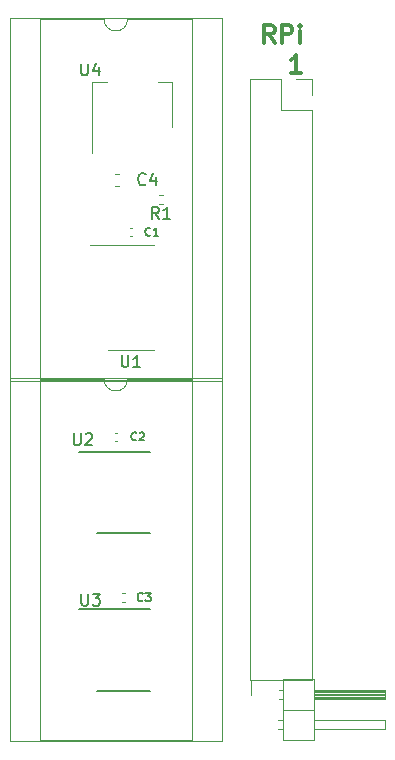
<source format=gbr>
%TF.GenerationSoftware,KiCad,Pcbnew,(5.1.8)-1*%
%TF.CreationDate,2021-02-07T10:27:01+01:00*%
%TF.ProjectId,deniseadapter,64656e69-7365-4616-9461-707465722e6b,rev?*%
%TF.SameCoordinates,Original*%
%TF.FileFunction,Legend,Top*%
%TF.FilePolarity,Positive*%
%FSLAX46Y46*%
G04 Gerber Fmt 4.6, Leading zero omitted, Abs format (unit mm)*
G04 Created by KiCad (PCBNEW (5.1.8)-1) date 2021-02-07 10:27:01*
%MOMM*%
%LPD*%
G01*
G04 APERTURE LIST*
%ADD10C,0.300000*%
%ADD11C,0.120000*%
%ADD12C,0.150000*%
G04 APERTURE END LIST*
D10*
X137894000Y-61633571D02*
X137394000Y-60919285D01*
X137036857Y-61633571D02*
X137036857Y-60133571D01*
X137608285Y-60133571D01*
X137751142Y-60205000D01*
X137822571Y-60276428D01*
X137894000Y-60419285D01*
X137894000Y-60633571D01*
X137822571Y-60776428D01*
X137751142Y-60847857D01*
X137608285Y-60919285D01*
X137036857Y-60919285D01*
X138536857Y-61633571D02*
X138536857Y-60133571D01*
X139108285Y-60133571D01*
X139251142Y-60205000D01*
X139322571Y-60276428D01*
X139394000Y-60419285D01*
X139394000Y-60633571D01*
X139322571Y-60776428D01*
X139251142Y-60847857D01*
X139108285Y-60919285D01*
X138536857Y-60919285D01*
X140036857Y-61633571D02*
X140036857Y-60633571D01*
X140036857Y-60133571D02*
X139965428Y-60205000D01*
X140036857Y-60276428D01*
X140108285Y-60205000D01*
X140036857Y-60133571D01*
X140036857Y-60276428D01*
X140108285Y-64183571D02*
X139251142Y-64183571D01*
X139679714Y-64183571D02*
X139679714Y-62683571D01*
X139536857Y-62897857D01*
X139394000Y-63040714D01*
X139251142Y-63112142D01*
D11*
%TO.C,U1*%
X125730000Y-87620000D02*
X127680000Y-87620000D01*
X125730000Y-87620000D02*
X123780000Y-87620000D01*
X125730000Y-78750000D02*
X127680000Y-78750000D01*
X125730000Y-78750000D02*
X122280000Y-78750000D01*
%TO.C,C3*%
X125202836Y-108945000D02*
X124987164Y-108945000D01*
X125202836Y-108225000D02*
X124987164Y-108225000D01*
%TO.C,C2*%
X124567836Y-95356000D02*
X124352164Y-95356000D01*
X124567836Y-94636000D02*
X124352164Y-94636000D01*
%TO.C,C1*%
X125840836Y-78020500D02*
X125625164Y-78020500D01*
X125840836Y-77300500D02*
X125625164Y-77300500D01*
%TO.C,R1*%
X128423641Y-75310000D02*
X128116359Y-75310000D01*
X128423641Y-74550000D02*
X128116359Y-74550000D01*
%TO.C,C4*%
X124709580Y-73743300D02*
X124428420Y-73743300D01*
X124709580Y-72723300D02*
X124428420Y-72723300D01*
%TO.C,U4*%
X129249000Y-64973300D02*
X127989000Y-64973300D01*
X122429000Y-64973300D02*
X123689000Y-64973300D01*
X129249000Y-68733300D02*
X129249000Y-64973300D01*
X122429000Y-70983300D02*
X122429000Y-64973300D01*
D12*
%TO.C,U2*%
X122870000Y-103145000D02*
X127320000Y-103145000D01*
X121345000Y-96245000D02*
X127320000Y-96245000D01*
%TO.C,U3*%
X121345000Y-109580000D02*
X127320000Y-109580000D01*
X122870000Y-116480000D02*
X127320000Y-116480000D01*
D11*
%TO.C,JRaspberryPiZero1*%
X139700000Y-64710000D02*
X141030000Y-64710000D01*
X141030000Y-64710000D02*
X141030000Y-66040000D01*
X138430000Y-64710000D02*
X138430000Y-67310000D01*
X138430000Y-67310000D02*
X141030000Y-67310000D01*
X141030000Y-67310000D02*
X141030000Y-115630000D01*
X135830000Y-115630000D02*
X141030000Y-115630000D01*
X135830000Y-64710000D02*
X135830000Y-115630000D01*
X135830000Y-64710000D02*
X138430000Y-64710000D01*
%TO.C,JDenise1*%
X133410000Y-59570000D02*
X115510000Y-59570000D01*
X133410000Y-90290000D02*
X133410000Y-59570000D01*
X115510000Y-90290000D02*
X133410000Y-90290000D01*
X115510000Y-59570000D02*
X115510000Y-90290000D01*
X130920000Y-59630000D02*
X125460000Y-59630000D01*
X130920000Y-90230000D02*
X130920000Y-59630000D01*
X118000000Y-90230000D02*
X130920000Y-90230000D01*
X118000000Y-59630000D02*
X118000000Y-90230000D01*
X123460000Y-59630000D02*
X118000000Y-59630000D01*
X125460000Y-59630000D02*
G75*
G02*
X123460000Y-59630000I-1000000J0D01*
G01*
%TO.C,JDenise2*%
X123460000Y-90110000D02*
X118000000Y-90110000D01*
X118000000Y-90110000D02*
X118000000Y-120710000D01*
X118000000Y-120710000D02*
X130920000Y-120710000D01*
X130920000Y-120710000D02*
X130920000Y-90110000D01*
X130920000Y-90110000D02*
X125460000Y-90110000D01*
X115510000Y-90050000D02*
X115510000Y-120770000D01*
X115510000Y-120770000D02*
X133410000Y-120770000D01*
X133410000Y-120770000D02*
X133410000Y-90050000D01*
X133410000Y-90050000D02*
X115510000Y-90050000D01*
X125460000Y-90110000D02*
G75*
G02*
X123460000Y-90110000I-1000000J0D01*
G01*
%TO.C,JButton1*%
X138600000Y-115510000D02*
X138600000Y-120710000D01*
X138600000Y-120710000D02*
X141260000Y-120710000D01*
X141260000Y-120710000D02*
X141260000Y-115510000D01*
X141260000Y-115510000D02*
X138600000Y-115510000D01*
X141260000Y-116460000D02*
X147260000Y-116460000D01*
X147260000Y-116460000D02*
X147260000Y-117220000D01*
X147260000Y-117220000D02*
X141260000Y-117220000D01*
X141260000Y-116520000D02*
X147260000Y-116520000D01*
X141260000Y-116640000D02*
X147260000Y-116640000D01*
X141260000Y-116760000D02*
X147260000Y-116760000D01*
X141260000Y-116880000D02*
X147260000Y-116880000D01*
X141260000Y-117000000D02*
X147260000Y-117000000D01*
X141260000Y-117120000D02*
X147260000Y-117120000D01*
X138270000Y-116460000D02*
X138600000Y-116460000D01*
X138270000Y-117220000D02*
X138600000Y-117220000D01*
X138600000Y-118110000D02*
X141260000Y-118110000D01*
X141260000Y-119000000D02*
X147260000Y-119000000D01*
X147260000Y-119000000D02*
X147260000Y-119760000D01*
X147260000Y-119760000D02*
X141260000Y-119760000D01*
X138202929Y-119000000D02*
X138600000Y-119000000D01*
X138202929Y-119760000D02*
X138600000Y-119760000D01*
X135890000Y-116840000D02*
X135890000Y-115570000D01*
X135890000Y-115570000D02*
X137160000Y-115570000D01*
%TO.C,U1*%
D12*
X124955395Y-88090760D02*
X124955395Y-88900284D01*
X125003014Y-88995522D01*
X125050633Y-89043141D01*
X125145871Y-89090760D01*
X125336347Y-89090760D01*
X125431585Y-89043141D01*
X125479204Y-88995522D01*
X125526823Y-88900284D01*
X125526823Y-88090760D01*
X126526823Y-89090760D02*
X125955395Y-89090760D01*
X126241109Y-89090760D02*
X126241109Y-88090760D01*
X126145871Y-88233618D01*
X126050633Y-88328856D01*
X125955395Y-88376475D01*
%TO.C,C3*%
X126728393Y-108842620D02*
X126695060Y-108875953D01*
X126595060Y-108909286D01*
X126528393Y-108909286D01*
X126428393Y-108875953D01*
X126361726Y-108809286D01*
X126328393Y-108742620D01*
X126295060Y-108609286D01*
X126295060Y-108509286D01*
X126328393Y-108375953D01*
X126361726Y-108309286D01*
X126428393Y-108242620D01*
X126528393Y-108209286D01*
X126595060Y-108209286D01*
X126695060Y-108242620D01*
X126728393Y-108275953D01*
X126961726Y-108209286D02*
X127395060Y-108209286D01*
X127161726Y-108475953D01*
X127261726Y-108475953D01*
X127328393Y-108509286D01*
X127361726Y-108542620D01*
X127395060Y-108609286D01*
X127395060Y-108775953D01*
X127361726Y-108842620D01*
X127328393Y-108875953D01*
X127261726Y-108909286D01*
X127061726Y-108909286D01*
X126995060Y-108875953D01*
X126961726Y-108842620D01*
%TO.C,C2*%
X126200073Y-95243460D02*
X126166740Y-95276793D01*
X126066740Y-95310126D01*
X126000073Y-95310126D01*
X125900073Y-95276793D01*
X125833406Y-95210126D01*
X125800073Y-95143460D01*
X125766740Y-95010126D01*
X125766740Y-94910126D01*
X125800073Y-94776793D01*
X125833406Y-94710126D01*
X125900073Y-94643460D01*
X126000073Y-94610126D01*
X126066740Y-94610126D01*
X126166740Y-94643460D01*
X126200073Y-94676793D01*
X126466740Y-94676793D02*
X126500073Y-94643460D01*
X126566740Y-94610126D01*
X126733406Y-94610126D01*
X126800073Y-94643460D01*
X126833406Y-94676793D01*
X126866740Y-94743460D01*
X126866740Y-94810126D01*
X126833406Y-94910126D01*
X126433406Y-95310126D01*
X126866740Y-95310126D01*
%TO.C,C1*%
X127384173Y-77918120D02*
X127350840Y-77951453D01*
X127250840Y-77984786D01*
X127184173Y-77984786D01*
X127084173Y-77951453D01*
X127017506Y-77884786D01*
X126984173Y-77818120D01*
X126950840Y-77684786D01*
X126950840Y-77584786D01*
X126984173Y-77451453D01*
X127017506Y-77384786D01*
X127084173Y-77318120D01*
X127184173Y-77284786D01*
X127250840Y-77284786D01*
X127350840Y-77318120D01*
X127384173Y-77351453D01*
X128050840Y-77984786D02*
X127650840Y-77984786D01*
X127850840Y-77984786D02*
X127850840Y-77284786D01*
X127784173Y-77384786D01*
X127717506Y-77451453D01*
X127650840Y-77484786D01*
%TO.C,R1*%
X128103333Y-76552380D02*
X127770000Y-76076190D01*
X127531904Y-76552380D02*
X127531904Y-75552380D01*
X127912857Y-75552380D01*
X128008095Y-75600000D01*
X128055714Y-75647619D01*
X128103333Y-75742857D01*
X128103333Y-75885714D01*
X128055714Y-75980952D01*
X128008095Y-76028571D01*
X127912857Y-76076190D01*
X127531904Y-76076190D01*
X129055714Y-76552380D02*
X128484285Y-76552380D01*
X128770000Y-76552380D02*
X128770000Y-75552380D01*
X128674761Y-75695238D01*
X128579523Y-75790476D01*
X128484285Y-75838095D01*
%TO.C,C4*%
X126972813Y-73590442D02*
X126925194Y-73638061D01*
X126782337Y-73685680D01*
X126687099Y-73685680D01*
X126544241Y-73638061D01*
X126449003Y-73542823D01*
X126401384Y-73447585D01*
X126353765Y-73257109D01*
X126353765Y-73114252D01*
X126401384Y-72923776D01*
X126449003Y-72828538D01*
X126544241Y-72733300D01*
X126687099Y-72685680D01*
X126782337Y-72685680D01*
X126925194Y-72733300D01*
X126972813Y-72780919D01*
X127829956Y-73019014D02*
X127829956Y-73685680D01*
X127591860Y-72638061D02*
X127353765Y-73352347D01*
X127972813Y-73352347D01*
%TO.C,U4*%
X121533795Y-63394360D02*
X121533795Y-64203884D01*
X121581414Y-64299122D01*
X121629033Y-64346741D01*
X121724271Y-64394360D01*
X121914747Y-64394360D01*
X122009985Y-64346741D01*
X122057604Y-64299122D01*
X122105223Y-64203884D01*
X122105223Y-63394360D01*
X123009985Y-63727694D02*
X123009985Y-64394360D01*
X122771890Y-63346741D02*
X122533795Y-64061027D01*
X123152842Y-64061027D01*
%TO.C,U2*%
X120904095Y-94702380D02*
X120904095Y-95511904D01*
X120951714Y-95607142D01*
X120999333Y-95654761D01*
X121094571Y-95702380D01*
X121285047Y-95702380D01*
X121380285Y-95654761D01*
X121427904Y-95607142D01*
X121475523Y-95511904D01*
X121475523Y-94702380D01*
X121904095Y-94797619D02*
X121951714Y-94750000D01*
X122046952Y-94702380D01*
X122285047Y-94702380D01*
X122380285Y-94750000D01*
X122427904Y-94797619D01*
X122475523Y-94892857D01*
X122475523Y-94988095D01*
X122427904Y-95130952D01*
X121856476Y-95702380D01*
X122475523Y-95702380D01*
%TO.C,U3*%
X121539095Y-108291380D02*
X121539095Y-109100904D01*
X121586714Y-109196142D01*
X121634333Y-109243761D01*
X121729571Y-109291380D01*
X121920047Y-109291380D01*
X122015285Y-109243761D01*
X122062904Y-109196142D01*
X122110523Y-109100904D01*
X122110523Y-108291380D01*
X122491476Y-108291380D02*
X123110523Y-108291380D01*
X122777190Y-108672333D01*
X122920047Y-108672333D01*
X123015285Y-108719952D01*
X123062904Y-108767571D01*
X123110523Y-108862809D01*
X123110523Y-109100904D01*
X123062904Y-109196142D01*
X123015285Y-109243761D01*
X122920047Y-109291380D01*
X122634333Y-109291380D01*
X122539095Y-109243761D01*
X122491476Y-109196142D01*
%TD*%
M02*

</source>
